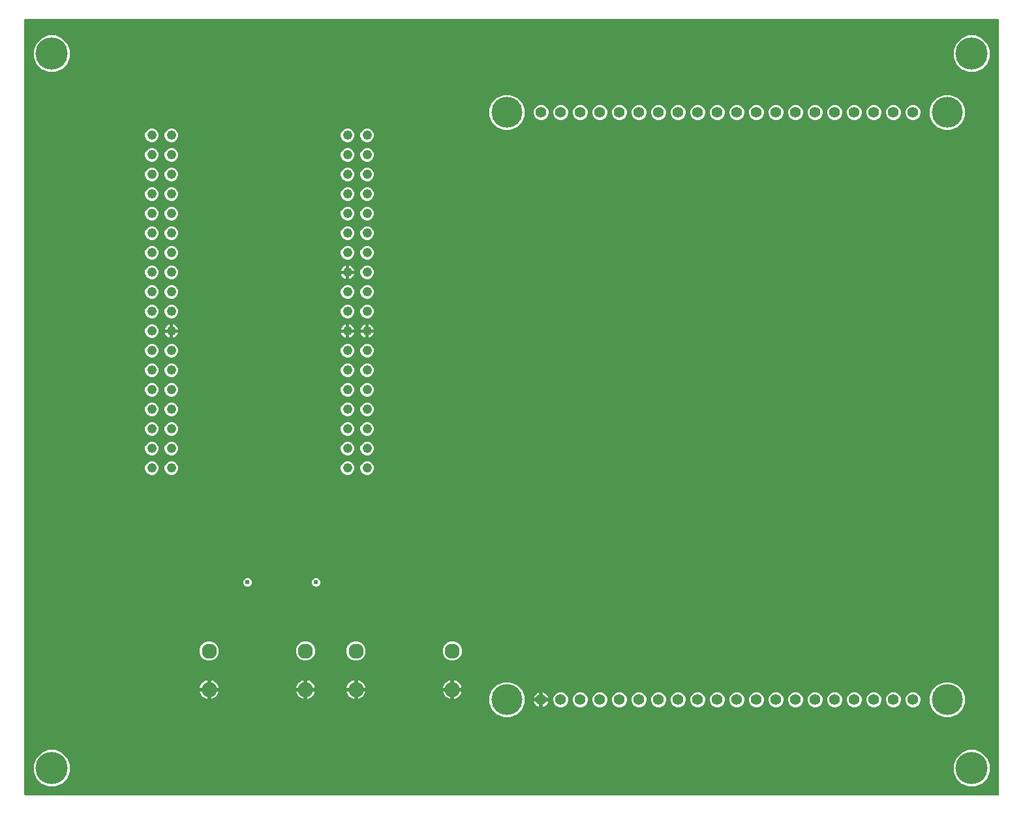
<source format=gbr>
G04 EAGLE Gerber RS-274X export*
G75*
%MOMM*%
%FSLAX34Y34*%
%LPD*%
%INCopper Layer 2*%
%IPPOS*%
%AMOC8*
5,1,8,0,0,1.08239X$1,22.5*%
G01*
%ADD10C,1.244600*%
%ADD11C,1.400000*%
%ADD12C,4.016000*%
%ADD13C,1.960000*%
%ADD14C,4.191000*%
%ADD15C,0.609600*%

G36*
X1266108Y2556D02*
X1266108Y2556D01*
X1266227Y2563D01*
X1266265Y2576D01*
X1266306Y2581D01*
X1266416Y2624D01*
X1266529Y2661D01*
X1266564Y2683D01*
X1266601Y2698D01*
X1266697Y2767D01*
X1266798Y2831D01*
X1266826Y2861D01*
X1266859Y2884D01*
X1266935Y2976D01*
X1267016Y3063D01*
X1267036Y3098D01*
X1267061Y3129D01*
X1267112Y3237D01*
X1267170Y3341D01*
X1267180Y3381D01*
X1267197Y3417D01*
X1267219Y3534D01*
X1267249Y3649D01*
X1267253Y3709D01*
X1267257Y3729D01*
X1267255Y3750D01*
X1267259Y3810D01*
X1267259Y1008890D01*
X1267244Y1009008D01*
X1267237Y1009127D01*
X1267224Y1009165D01*
X1267219Y1009206D01*
X1267176Y1009316D01*
X1267139Y1009429D01*
X1267117Y1009464D01*
X1267102Y1009501D01*
X1267033Y1009597D01*
X1266969Y1009698D01*
X1266939Y1009726D01*
X1266916Y1009759D01*
X1266824Y1009835D01*
X1266737Y1009916D01*
X1266702Y1009936D01*
X1266671Y1009961D01*
X1266563Y1010012D01*
X1266459Y1010070D01*
X1266419Y1010080D01*
X1266383Y1010097D01*
X1266266Y1010119D01*
X1266151Y1010149D01*
X1266091Y1010153D01*
X1266071Y1010157D01*
X1266050Y1010155D01*
X1265990Y1010159D01*
X3810Y1010159D01*
X3692Y1010144D01*
X3573Y1010137D01*
X3535Y1010124D01*
X3494Y1010119D01*
X3384Y1010076D01*
X3271Y1010039D01*
X3236Y1010017D01*
X3199Y1010002D01*
X3103Y1009933D01*
X3002Y1009869D01*
X2974Y1009839D01*
X2941Y1009816D01*
X2865Y1009724D01*
X2784Y1009637D01*
X2764Y1009602D01*
X2739Y1009571D01*
X2688Y1009463D01*
X2630Y1009359D01*
X2620Y1009319D01*
X2603Y1009283D01*
X2581Y1009166D01*
X2551Y1009051D01*
X2547Y1008991D01*
X2543Y1008971D01*
X2545Y1008950D01*
X2541Y1008890D01*
X2541Y3810D01*
X2556Y3692D01*
X2563Y3573D01*
X2576Y3535D01*
X2581Y3494D01*
X2624Y3384D01*
X2661Y3271D01*
X2683Y3236D01*
X2698Y3199D01*
X2767Y3103D01*
X2831Y3002D01*
X2861Y2974D01*
X2884Y2941D01*
X2976Y2865D01*
X3063Y2784D01*
X3098Y2764D01*
X3129Y2739D01*
X3237Y2688D01*
X3341Y2630D01*
X3381Y2620D01*
X3417Y2603D01*
X3534Y2581D01*
X3649Y2551D01*
X3709Y2547D01*
X3729Y2543D01*
X3750Y2545D01*
X3810Y2541D01*
X1265990Y2541D01*
X1266108Y2556D01*
G37*
%LPC*%
G36*
X1227226Y941704D02*
X1227226Y941704D01*
X1218591Y945281D01*
X1211981Y951891D01*
X1208404Y960526D01*
X1208404Y969874D01*
X1211981Y978509D01*
X1218591Y985119D01*
X1227226Y988696D01*
X1236574Y988696D01*
X1245209Y985119D01*
X1251819Y978509D01*
X1255396Y969874D01*
X1255396Y960526D01*
X1251819Y951891D01*
X1245209Y945281D01*
X1236574Y941704D01*
X1227226Y941704D01*
G37*
%LPD*%
%LPC*%
G36*
X33426Y941704D02*
X33426Y941704D01*
X24791Y945281D01*
X18181Y951891D01*
X14604Y960526D01*
X14604Y969874D01*
X18181Y978509D01*
X24791Y985119D01*
X33426Y988696D01*
X42774Y988696D01*
X51409Y985119D01*
X58019Y978509D01*
X61596Y969874D01*
X61596Y960526D01*
X58019Y951891D01*
X51409Y945281D01*
X42774Y941704D01*
X33426Y941704D01*
G37*
%LPD*%
%LPC*%
G36*
X1227226Y14604D02*
X1227226Y14604D01*
X1218591Y18181D01*
X1211981Y24791D01*
X1208404Y33426D01*
X1208404Y42774D01*
X1211981Y51409D01*
X1218591Y58019D01*
X1227226Y61596D01*
X1236574Y61596D01*
X1245209Y58019D01*
X1251819Y51409D01*
X1255396Y42774D01*
X1255396Y33426D01*
X1251819Y24791D01*
X1245209Y18181D01*
X1236574Y14604D01*
X1227226Y14604D01*
G37*
%LPD*%
%LPC*%
G36*
X33426Y14604D02*
X33426Y14604D01*
X24791Y18181D01*
X18181Y24791D01*
X14604Y33426D01*
X14604Y42774D01*
X18181Y51409D01*
X24791Y58019D01*
X33426Y61596D01*
X42774Y61596D01*
X51409Y58019D01*
X58019Y51409D01*
X61596Y42774D01*
X61596Y33426D01*
X58019Y24791D01*
X51409Y18181D01*
X42774Y14604D01*
X33426Y14604D01*
G37*
%LPD*%
%LPC*%
G36*
X1195650Y866379D02*
X1195650Y866379D01*
X1187336Y869823D01*
X1180973Y876186D01*
X1177529Y884500D01*
X1177529Y893500D01*
X1180973Y901814D01*
X1187336Y908177D01*
X1195650Y911621D01*
X1204650Y911621D01*
X1212964Y908177D01*
X1219327Y901814D01*
X1222771Y893500D01*
X1222771Y884500D01*
X1219327Y876186D01*
X1212964Y869823D01*
X1204650Y866379D01*
X1195650Y866379D01*
G37*
%LPD*%
%LPC*%
G36*
X624150Y866379D02*
X624150Y866379D01*
X615836Y869823D01*
X609473Y876186D01*
X606029Y884500D01*
X606029Y893500D01*
X609473Y901814D01*
X615836Y908177D01*
X624150Y911621D01*
X633150Y911621D01*
X641464Y908177D01*
X647827Y901814D01*
X651271Y893500D01*
X651271Y884500D01*
X647827Y876186D01*
X641464Y869823D01*
X633150Y866379D01*
X624150Y866379D01*
G37*
%LPD*%
%LPC*%
G36*
X624150Y104379D02*
X624150Y104379D01*
X615836Y107823D01*
X609473Y114186D01*
X606029Y122500D01*
X606029Y131500D01*
X609473Y139814D01*
X615836Y146177D01*
X624150Y149621D01*
X633150Y149621D01*
X641464Y146177D01*
X647827Y139814D01*
X651271Y131500D01*
X651271Y122500D01*
X647827Y114186D01*
X641464Y107823D01*
X633150Y104379D01*
X624150Y104379D01*
G37*
%LPD*%
%LPC*%
G36*
X1195650Y104379D02*
X1195650Y104379D01*
X1187336Y107823D01*
X1180973Y114186D01*
X1177529Y122500D01*
X1177529Y131500D01*
X1180973Y139814D01*
X1187336Y146177D01*
X1195650Y149621D01*
X1204650Y149621D01*
X1212964Y146177D01*
X1219327Y139814D01*
X1222771Y131500D01*
X1222771Y122500D01*
X1219327Y114186D01*
X1212964Y107823D01*
X1204650Y104379D01*
X1195650Y104379D01*
G37*
%LPD*%
%LPC*%
G36*
X430345Y177759D02*
X430345Y177759D01*
X425810Y179638D01*
X422338Y183110D01*
X420459Y187645D01*
X420459Y192555D01*
X422338Y197090D01*
X425810Y200562D01*
X430345Y202441D01*
X435255Y202441D01*
X439790Y200562D01*
X443262Y197090D01*
X445141Y192555D01*
X445141Y187645D01*
X443262Y183110D01*
X439790Y179638D01*
X435255Y177759D01*
X430345Y177759D01*
G37*
%LPD*%
%LPC*%
G36*
X555345Y177759D02*
X555345Y177759D01*
X550810Y179638D01*
X547338Y183110D01*
X545459Y187645D01*
X545459Y192555D01*
X547338Y197090D01*
X550810Y200562D01*
X555345Y202441D01*
X560255Y202441D01*
X564790Y200562D01*
X568262Y197090D01*
X570141Y192555D01*
X570141Y187645D01*
X568262Y183110D01*
X564790Y179638D01*
X560255Y177759D01*
X555345Y177759D01*
G37*
%LPD*%
%LPC*%
G36*
X239845Y177759D02*
X239845Y177759D01*
X235310Y179638D01*
X231838Y183110D01*
X229959Y187645D01*
X229959Y192555D01*
X231838Y197090D01*
X235310Y200562D01*
X239845Y202441D01*
X244755Y202441D01*
X249290Y200562D01*
X252762Y197090D01*
X254641Y192555D01*
X254641Y187645D01*
X252762Y183110D01*
X249290Y179638D01*
X244755Y177759D01*
X239845Y177759D01*
G37*
%LPD*%
%LPC*%
G36*
X364845Y177759D02*
X364845Y177759D01*
X360310Y179638D01*
X356838Y183110D01*
X354959Y187645D01*
X354959Y192555D01*
X356838Y197090D01*
X360310Y200562D01*
X364845Y202441D01*
X369755Y202441D01*
X374290Y200562D01*
X377762Y197090D01*
X379641Y192555D01*
X379641Y187645D01*
X377762Y183110D01*
X374290Y179638D01*
X369755Y177759D01*
X364845Y177759D01*
G37*
%LPD*%
%LPC*%
G36*
X696602Y879459D02*
X696602Y879459D01*
X693096Y880912D01*
X690412Y883596D01*
X688959Y887102D01*
X688959Y890898D01*
X690412Y894404D01*
X693096Y897088D01*
X696602Y898541D01*
X700398Y898541D01*
X703904Y897088D01*
X706588Y894404D01*
X708041Y890898D01*
X708041Y887102D01*
X706588Y883596D01*
X703904Y880912D01*
X700398Y879459D01*
X696602Y879459D01*
G37*
%LPD*%
%LPC*%
G36*
X671202Y879459D02*
X671202Y879459D01*
X667696Y880912D01*
X665012Y883596D01*
X663559Y887102D01*
X663559Y890898D01*
X665012Y894404D01*
X667696Y897088D01*
X671202Y898541D01*
X674998Y898541D01*
X678504Y897088D01*
X681188Y894404D01*
X682641Y890898D01*
X682641Y887102D01*
X681188Y883596D01*
X678504Y880912D01*
X674998Y879459D01*
X671202Y879459D01*
G37*
%LPD*%
%LPC*%
G36*
X1153802Y879459D02*
X1153802Y879459D01*
X1150296Y880912D01*
X1147612Y883596D01*
X1146159Y887102D01*
X1146159Y890898D01*
X1147612Y894404D01*
X1150296Y897088D01*
X1153802Y898541D01*
X1157598Y898541D01*
X1161104Y897088D01*
X1163788Y894404D01*
X1165241Y890898D01*
X1165241Y887102D01*
X1163788Y883596D01*
X1161104Y880912D01*
X1157598Y879459D01*
X1153802Y879459D01*
G37*
%LPD*%
%LPC*%
G36*
X1128402Y879459D02*
X1128402Y879459D01*
X1124896Y880912D01*
X1122212Y883596D01*
X1120759Y887102D01*
X1120759Y890898D01*
X1122212Y894404D01*
X1124896Y897088D01*
X1128402Y898541D01*
X1132198Y898541D01*
X1135704Y897088D01*
X1138388Y894404D01*
X1139841Y890898D01*
X1139841Y887102D01*
X1138388Y883596D01*
X1135704Y880912D01*
X1132198Y879459D01*
X1128402Y879459D01*
G37*
%LPD*%
%LPC*%
G36*
X1103002Y879459D02*
X1103002Y879459D01*
X1099496Y880912D01*
X1096812Y883596D01*
X1095359Y887102D01*
X1095359Y890898D01*
X1096812Y894404D01*
X1099496Y897088D01*
X1103002Y898541D01*
X1106798Y898541D01*
X1110304Y897088D01*
X1112988Y894404D01*
X1114441Y890898D01*
X1114441Y887102D01*
X1112988Y883596D01*
X1110304Y880912D01*
X1106798Y879459D01*
X1103002Y879459D01*
G37*
%LPD*%
%LPC*%
G36*
X1077602Y879459D02*
X1077602Y879459D01*
X1074096Y880912D01*
X1071412Y883596D01*
X1069959Y887102D01*
X1069959Y890898D01*
X1071412Y894404D01*
X1074096Y897088D01*
X1077602Y898541D01*
X1081398Y898541D01*
X1084904Y897088D01*
X1087588Y894404D01*
X1089041Y890898D01*
X1089041Y887102D01*
X1087588Y883596D01*
X1084904Y880912D01*
X1081398Y879459D01*
X1077602Y879459D01*
G37*
%LPD*%
%LPC*%
G36*
X1052202Y879459D02*
X1052202Y879459D01*
X1048696Y880912D01*
X1046012Y883596D01*
X1044559Y887102D01*
X1044559Y890898D01*
X1046012Y894404D01*
X1048696Y897088D01*
X1052202Y898541D01*
X1055998Y898541D01*
X1059504Y897088D01*
X1062188Y894404D01*
X1063641Y890898D01*
X1063641Y887102D01*
X1062188Y883596D01*
X1059504Y880912D01*
X1055998Y879459D01*
X1052202Y879459D01*
G37*
%LPD*%
%LPC*%
G36*
X1026802Y879459D02*
X1026802Y879459D01*
X1023296Y880912D01*
X1020612Y883596D01*
X1019159Y887102D01*
X1019159Y890898D01*
X1020612Y894404D01*
X1023296Y897088D01*
X1026802Y898541D01*
X1030598Y898541D01*
X1034104Y897088D01*
X1036788Y894404D01*
X1038241Y890898D01*
X1038241Y887102D01*
X1036788Y883596D01*
X1034104Y880912D01*
X1030598Y879459D01*
X1026802Y879459D01*
G37*
%LPD*%
%LPC*%
G36*
X1001402Y879459D02*
X1001402Y879459D01*
X997896Y880912D01*
X995212Y883596D01*
X993759Y887102D01*
X993759Y890898D01*
X995212Y894404D01*
X997896Y897088D01*
X1001402Y898541D01*
X1005198Y898541D01*
X1008704Y897088D01*
X1011388Y894404D01*
X1012841Y890898D01*
X1012841Y887102D01*
X1011388Y883596D01*
X1008704Y880912D01*
X1005198Y879459D01*
X1001402Y879459D01*
G37*
%LPD*%
%LPC*%
G36*
X976002Y879459D02*
X976002Y879459D01*
X972496Y880912D01*
X969812Y883596D01*
X968359Y887102D01*
X968359Y890898D01*
X969812Y894404D01*
X972496Y897088D01*
X976002Y898541D01*
X979798Y898541D01*
X983304Y897088D01*
X985988Y894404D01*
X987441Y890898D01*
X987441Y887102D01*
X985988Y883596D01*
X983304Y880912D01*
X979798Y879459D01*
X976002Y879459D01*
G37*
%LPD*%
%LPC*%
G36*
X950602Y879459D02*
X950602Y879459D01*
X947096Y880912D01*
X944412Y883596D01*
X942959Y887102D01*
X942959Y890898D01*
X944412Y894404D01*
X947096Y897088D01*
X950602Y898541D01*
X954398Y898541D01*
X957904Y897088D01*
X960588Y894404D01*
X962041Y890898D01*
X962041Y887102D01*
X960588Y883596D01*
X957904Y880912D01*
X954398Y879459D01*
X950602Y879459D01*
G37*
%LPD*%
%LPC*%
G36*
X925202Y879459D02*
X925202Y879459D01*
X921696Y880912D01*
X919012Y883596D01*
X917559Y887102D01*
X917559Y890898D01*
X919012Y894404D01*
X921696Y897088D01*
X925202Y898541D01*
X928998Y898541D01*
X932504Y897088D01*
X935188Y894404D01*
X936641Y890898D01*
X936641Y887102D01*
X935188Y883596D01*
X932504Y880912D01*
X928998Y879459D01*
X925202Y879459D01*
G37*
%LPD*%
%LPC*%
G36*
X899802Y879459D02*
X899802Y879459D01*
X896296Y880912D01*
X893612Y883596D01*
X892159Y887102D01*
X892159Y890898D01*
X893612Y894404D01*
X896296Y897088D01*
X899802Y898541D01*
X903598Y898541D01*
X907104Y897088D01*
X909788Y894404D01*
X911241Y890898D01*
X911241Y887102D01*
X909788Y883596D01*
X907104Y880912D01*
X903598Y879459D01*
X899802Y879459D01*
G37*
%LPD*%
%LPC*%
G36*
X874402Y879459D02*
X874402Y879459D01*
X870896Y880912D01*
X868212Y883596D01*
X866759Y887102D01*
X866759Y890898D01*
X868212Y894404D01*
X870896Y897088D01*
X874402Y898541D01*
X878198Y898541D01*
X881704Y897088D01*
X884388Y894404D01*
X885841Y890898D01*
X885841Y887102D01*
X884388Y883596D01*
X881704Y880912D01*
X878198Y879459D01*
X874402Y879459D01*
G37*
%LPD*%
%LPC*%
G36*
X849002Y879459D02*
X849002Y879459D01*
X845496Y880912D01*
X842812Y883596D01*
X841359Y887102D01*
X841359Y890898D01*
X842812Y894404D01*
X845496Y897088D01*
X849002Y898541D01*
X852798Y898541D01*
X856304Y897088D01*
X858988Y894404D01*
X860441Y890898D01*
X860441Y887102D01*
X858988Y883596D01*
X856304Y880912D01*
X852798Y879459D01*
X849002Y879459D01*
G37*
%LPD*%
%LPC*%
G36*
X823602Y879459D02*
X823602Y879459D01*
X820096Y880912D01*
X817412Y883596D01*
X815959Y887102D01*
X815959Y890898D01*
X817412Y894404D01*
X820096Y897088D01*
X823602Y898541D01*
X827398Y898541D01*
X830904Y897088D01*
X833588Y894404D01*
X835041Y890898D01*
X835041Y887102D01*
X833588Y883596D01*
X830904Y880912D01*
X827398Y879459D01*
X823602Y879459D01*
G37*
%LPD*%
%LPC*%
G36*
X798202Y879459D02*
X798202Y879459D01*
X794696Y880912D01*
X792012Y883596D01*
X790559Y887102D01*
X790559Y890898D01*
X792012Y894404D01*
X794696Y897088D01*
X798202Y898541D01*
X801998Y898541D01*
X805504Y897088D01*
X808188Y894404D01*
X809641Y890898D01*
X809641Y887102D01*
X808188Y883596D01*
X805504Y880912D01*
X801998Y879459D01*
X798202Y879459D01*
G37*
%LPD*%
%LPC*%
G36*
X772802Y879459D02*
X772802Y879459D01*
X769296Y880912D01*
X766612Y883596D01*
X765159Y887102D01*
X765159Y890898D01*
X766612Y894404D01*
X769296Y897088D01*
X772802Y898541D01*
X776598Y898541D01*
X780104Y897088D01*
X782788Y894404D01*
X784241Y890898D01*
X784241Y887102D01*
X782788Y883596D01*
X780104Y880912D01*
X776598Y879459D01*
X772802Y879459D01*
G37*
%LPD*%
%LPC*%
G36*
X747402Y879459D02*
X747402Y879459D01*
X743896Y880912D01*
X741212Y883596D01*
X739759Y887102D01*
X739759Y890898D01*
X741212Y894404D01*
X743896Y897088D01*
X747402Y898541D01*
X751198Y898541D01*
X754704Y897088D01*
X757388Y894404D01*
X758841Y890898D01*
X758841Y887102D01*
X757388Y883596D01*
X754704Y880912D01*
X751198Y879459D01*
X747402Y879459D01*
G37*
%LPD*%
%LPC*%
G36*
X722002Y879459D02*
X722002Y879459D01*
X718496Y880912D01*
X715812Y883596D01*
X714359Y887102D01*
X714359Y890898D01*
X715812Y894404D01*
X718496Y897088D01*
X722002Y898541D01*
X725798Y898541D01*
X729304Y897088D01*
X731988Y894404D01*
X733441Y890898D01*
X733441Y887102D01*
X731988Y883596D01*
X729304Y880912D01*
X725798Y879459D01*
X722002Y879459D01*
G37*
%LPD*%
%LPC*%
G36*
X925202Y117459D02*
X925202Y117459D01*
X921696Y118912D01*
X919012Y121596D01*
X917559Y125102D01*
X917559Y128898D01*
X919012Y132404D01*
X921696Y135088D01*
X925202Y136541D01*
X928998Y136541D01*
X932504Y135088D01*
X935188Y132404D01*
X936641Y128898D01*
X936641Y125102D01*
X935188Y121596D01*
X932504Y118912D01*
X928998Y117459D01*
X925202Y117459D01*
G37*
%LPD*%
%LPC*%
G36*
X899802Y117459D02*
X899802Y117459D01*
X896296Y118912D01*
X893612Y121596D01*
X892159Y125102D01*
X892159Y128898D01*
X893612Y132404D01*
X896296Y135088D01*
X899802Y136541D01*
X903598Y136541D01*
X907104Y135088D01*
X909788Y132404D01*
X911241Y128898D01*
X911241Y125102D01*
X909788Y121596D01*
X907104Y118912D01*
X903598Y117459D01*
X899802Y117459D01*
G37*
%LPD*%
%LPC*%
G36*
X874402Y117459D02*
X874402Y117459D01*
X870896Y118912D01*
X868212Y121596D01*
X866759Y125102D01*
X866759Y128898D01*
X868212Y132404D01*
X870896Y135088D01*
X874402Y136541D01*
X878198Y136541D01*
X881704Y135088D01*
X884388Y132404D01*
X885841Y128898D01*
X885841Y125102D01*
X884388Y121596D01*
X881704Y118912D01*
X878198Y117459D01*
X874402Y117459D01*
G37*
%LPD*%
%LPC*%
G36*
X849002Y117459D02*
X849002Y117459D01*
X845496Y118912D01*
X842812Y121596D01*
X841359Y125102D01*
X841359Y128898D01*
X842812Y132404D01*
X845496Y135088D01*
X849002Y136541D01*
X852798Y136541D01*
X856304Y135088D01*
X858988Y132404D01*
X860441Y128898D01*
X860441Y125102D01*
X858988Y121596D01*
X856304Y118912D01*
X852798Y117459D01*
X849002Y117459D01*
G37*
%LPD*%
%LPC*%
G36*
X823602Y117459D02*
X823602Y117459D01*
X820096Y118912D01*
X817412Y121596D01*
X815959Y125102D01*
X815959Y128898D01*
X817412Y132404D01*
X820096Y135088D01*
X823602Y136541D01*
X827398Y136541D01*
X830904Y135088D01*
X833588Y132404D01*
X835041Y128898D01*
X835041Y125102D01*
X833588Y121596D01*
X830904Y118912D01*
X827398Y117459D01*
X823602Y117459D01*
G37*
%LPD*%
%LPC*%
G36*
X798202Y117459D02*
X798202Y117459D01*
X794696Y118912D01*
X792012Y121596D01*
X790559Y125102D01*
X790559Y128898D01*
X792012Y132404D01*
X794696Y135088D01*
X798202Y136541D01*
X801998Y136541D01*
X805504Y135088D01*
X808188Y132404D01*
X809641Y128898D01*
X809641Y125102D01*
X808188Y121596D01*
X805504Y118912D01*
X801998Y117459D01*
X798202Y117459D01*
G37*
%LPD*%
%LPC*%
G36*
X772802Y117459D02*
X772802Y117459D01*
X769296Y118912D01*
X766612Y121596D01*
X765159Y125102D01*
X765159Y128898D01*
X766612Y132404D01*
X769296Y135088D01*
X772802Y136541D01*
X776598Y136541D01*
X780104Y135088D01*
X782788Y132404D01*
X784241Y128898D01*
X784241Y125102D01*
X782788Y121596D01*
X780104Y118912D01*
X776598Y117459D01*
X772802Y117459D01*
G37*
%LPD*%
%LPC*%
G36*
X747402Y117459D02*
X747402Y117459D01*
X743896Y118912D01*
X741212Y121596D01*
X739759Y125102D01*
X739759Y128898D01*
X741212Y132404D01*
X743896Y135088D01*
X747402Y136541D01*
X751198Y136541D01*
X754704Y135088D01*
X757388Y132404D01*
X758841Y128898D01*
X758841Y125102D01*
X757388Y121596D01*
X754704Y118912D01*
X751198Y117459D01*
X747402Y117459D01*
G37*
%LPD*%
%LPC*%
G36*
X722002Y117459D02*
X722002Y117459D01*
X718496Y118912D01*
X715812Y121596D01*
X714359Y125102D01*
X714359Y128898D01*
X715812Y132404D01*
X718496Y135088D01*
X722002Y136541D01*
X725798Y136541D01*
X729304Y135088D01*
X731988Y132404D01*
X733441Y128898D01*
X733441Y125102D01*
X731988Y121596D01*
X729304Y118912D01*
X725798Y117459D01*
X722002Y117459D01*
G37*
%LPD*%
%LPC*%
G36*
X696602Y117459D02*
X696602Y117459D01*
X693096Y118912D01*
X690412Y121596D01*
X688959Y125102D01*
X688959Y128898D01*
X690412Y132404D01*
X693096Y135088D01*
X696602Y136541D01*
X700398Y136541D01*
X703904Y135088D01*
X706588Y132404D01*
X708041Y128898D01*
X708041Y125102D01*
X706588Y121596D01*
X703904Y118912D01*
X700398Y117459D01*
X696602Y117459D01*
G37*
%LPD*%
%LPC*%
G36*
X1103002Y117459D02*
X1103002Y117459D01*
X1099496Y118912D01*
X1096812Y121596D01*
X1095359Y125102D01*
X1095359Y128898D01*
X1096812Y132404D01*
X1099496Y135088D01*
X1103002Y136541D01*
X1106798Y136541D01*
X1110304Y135088D01*
X1112988Y132404D01*
X1114441Y128898D01*
X1114441Y125102D01*
X1112988Y121596D01*
X1110304Y118912D01*
X1106798Y117459D01*
X1103002Y117459D01*
G37*
%LPD*%
%LPC*%
G36*
X1052202Y117459D02*
X1052202Y117459D01*
X1048696Y118912D01*
X1046012Y121596D01*
X1044559Y125102D01*
X1044559Y128898D01*
X1046012Y132404D01*
X1048696Y135088D01*
X1052202Y136541D01*
X1055998Y136541D01*
X1059504Y135088D01*
X1062188Y132404D01*
X1063641Y128898D01*
X1063641Y125102D01*
X1062188Y121596D01*
X1059504Y118912D01*
X1055998Y117459D01*
X1052202Y117459D01*
G37*
%LPD*%
%LPC*%
G36*
X1026802Y117459D02*
X1026802Y117459D01*
X1023296Y118912D01*
X1020612Y121596D01*
X1019159Y125102D01*
X1019159Y128898D01*
X1020612Y132404D01*
X1023296Y135088D01*
X1026802Y136541D01*
X1030598Y136541D01*
X1034104Y135088D01*
X1036788Y132404D01*
X1038241Y128898D01*
X1038241Y125102D01*
X1036788Y121596D01*
X1034104Y118912D01*
X1030598Y117459D01*
X1026802Y117459D01*
G37*
%LPD*%
%LPC*%
G36*
X1153802Y117459D02*
X1153802Y117459D01*
X1150296Y118912D01*
X1147612Y121596D01*
X1146159Y125102D01*
X1146159Y128898D01*
X1147612Y132404D01*
X1150296Y135088D01*
X1153802Y136541D01*
X1157598Y136541D01*
X1161104Y135088D01*
X1163788Y132404D01*
X1165241Y128898D01*
X1165241Y125102D01*
X1163788Y121596D01*
X1161104Y118912D01*
X1157598Y117459D01*
X1153802Y117459D01*
G37*
%LPD*%
%LPC*%
G36*
X1128402Y117459D02*
X1128402Y117459D01*
X1124896Y118912D01*
X1122212Y121596D01*
X1120759Y125102D01*
X1120759Y128898D01*
X1122212Y132404D01*
X1124896Y135088D01*
X1128402Y136541D01*
X1132198Y136541D01*
X1135704Y135088D01*
X1138388Y132404D01*
X1139841Y128898D01*
X1139841Y125102D01*
X1138388Y121596D01*
X1135704Y118912D01*
X1132198Y117459D01*
X1128402Y117459D01*
G37*
%LPD*%
%LPC*%
G36*
X1077602Y117459D02*
X1077602Y117459D01*
X1074096Y118912D01*
X1071412Y121596D01*
X1069959Y125102D01*
X1069959Y128898D01*
X1071412Y132404D01*
X1074096Y135088D01*
X1077602Y136541D01*
X1081398Y136541D01*
X1084904Y135088D01*
X1087588Y132404D01*
X1089041Y128898D01*
X1089041Y125102D01*
X1087588Y121596D01*
X1084904Y118912D01*
X1081398Y117459D01*
X1077602Y117459D01*
G37*
%LPD*%
%LPC*%
G36*
X1001402Y117459D02*
X1001402Y117459D01*
X997896Y118912D01*
X995212Y121596D01*
X993759Y125102D01*
X993759Y128898D01*
X995212Y132404D01*
X997896Y135088D01*
X1001402Y136541D01*
X1005198Y136541D01*
X1008704Y135088D01*
X1011388Y132404D01*
X1012841Y128898D01*
X1012841Y125102D01*
X1011388Y121596D01*
X1008704Y118912D01*
X1005198Y117459D01*
X1001402Y117459D01*
G37*
%LPD*%
%LPC*%
G36*
X976002Y117459D02*
X976002Y117459D01*
X972496Y118912D01*
X969812Y121596D01*
X968359Y125102D01*
X968359Y128898D01*
X969812Y132404D01*
X972496Y135088D01*
X976002Y136541D01*
X979798Y136541D01*
X983304Y135088D01*
X985988Y132404D01*
X987441Y128898D01*
X987441Y125102D01*
X985988Y121596D01*
X983304Y118912D01*
X979798Y117459D01*
X976002Y117459D01*
G37*
%LPD*%
%LPC*%
G36*
X950602Y117459D02*
X950602Y117459D01*
X947096Y118912D01*
X944412Y121596D01*
X942959Y125102D01*
X942959Y128898D01*
X944412Y132404D01*
X947096Y135088D01*
X950602Y136541D01*
X954398Y136541D01*
X957904Y135088D01*
X960588Y132404D01*
X962041Y128898D01*
X962041Y125102D01*
X960588Y121596D01*
X957904Y118912D01*
X954398Y117459D01*
X950602Y117459D01*
G37*
%LPD*%
%LPC*%
G36*
X445557Y850436D02*
X445557Y850436D01*
X442336Y851770D01*
X439870Y854236D01*
X438536Y857457D01*
X438536Y860943D01*
X439870Y864164D01*
X442336Y866630D01*
X445557Y867964D01*
X449043Y867964D01*
X452264Y866630D01*
X454730Y864164D01*
X456064Y860943D01*
X456064Y857457D01*
X454730Y854236D01*
X452264Y851770D01*
X449043Y850436D01*
X445557Y850436D01*
G37*
%LPD*%
%LPC*%
G36*
X420157Y850436D02*
X420157Y850436D01*
X416936Y851770D01*
X414470Y854236D01*
X413136Y857457D01*
X413136Y860943D01*
X414470Y864164D01*
X416936Y866630D01*
X420157Y867964D01*
X423643Y867964D01*
X426864Y866630D01*
X429330Y864164D01*
X430664Y860943D01*
X430664Y857457D01*
X429330Y854236D01*
X426864Y851770D01*
X423643Y850436D01*
X420157Y850436D01*
G37*
%LPD*%
%LPC*%
G36*
X191557Y850436D02*
X191557Y850436D01*
X188336Y851770D01*
X185870Y854236D01*
X184536Y857457D01*
X184536Y860943D01*
X185870Y864164D01*
X188336Y866630D01*
X191557Y867964D01*
X195043Y867964D01*
X198264Y866630D01*
X200730Y864164D01*
X202064Y860943D01*
X202064Y857457D01*
X200730Y854236D01*
X198264Y851770D01*
X195043Y850436D01*
X191557Y850436D01*
G37*
%LPD*%
%LPC*%
G36*
X166157Y850436D02*
X166157Y850436D01*
X162936Y851770D01*
X160470Y854236D01*
X159136Y857457D01*
X159136Y860943D01*
X160470Y864164D01*
X162936Y866630D01*
X166157Y867964D01*
X169643Y867964D01*
X172864Y866630D01*
X175330Y864164D01*
X176664Y860943D01*
X176664Y857457D01*
X175330Y854236D01*
X172864Y851770D01*
X169643Y850436D01*
X166157Y850436D01*
G37*
%LPD*%
%LPC*%
G36*
X191557Y825036D02*
X191557Y825036D01*
X188336Y826370D01*
X185870Y828836D01*
X184536Y832057D01*
X184536Y835543D01*
X185870Y838764D01*
X188336Y841230D01*
X191557Y842564D01*
X195043Y842564D01*
X198264Y841230D01*
X200730Y838764D01*
X202064Y835543D01*
X202064Y832057D01*
X200730Y828836D01*
X198264Y826370D01*
X195043Y825036D01*
X191557Y825036D01*
G37*
%LPD*%
%LPC*%
G36*
X166157Y825036D02*
X166157Y825036D01*
X162936Y826370D01*
X160470Y828836D01*
X159136Y832057D01*
X159136Y835543D01*
X160470Y838764D01*
X162936Y841230D01*
X166157Y842564D01*
X169643Y842564D01*
X172864Y841230D01*
X175330Y838764D01*
X176664Y835543D01*
X176664Y832057D01*
X175330Y828836D01*
X172864Y826370D01*
X169643Y825036D01*
X166157Y825036D01*
G37*
%LPD*%
%LPC*%
G36*
X445557Y825036D02*
X445557Y825036D01*
X442336Y826370D01*
X439870Y828836D01*
X438536Y832057D01*
X438536Y835543D01*
X439870Y838764D01*
X442336Y841230D01*
X445557Y842564D01*
X449043Y842564D01*
X452264Y841230D01*
X454730Y838764D01*
X456064Y835543D01*
X456064Y832057D01*
X454730Y828836D01*
X452264Y826370D01*
X449043Y825036D01*
X445557Y825036D01*
G37*
%LPD*%
%LPC*%
G36*
X420157Y825036D02*
X420157Y825036D01*
X416936Y826370D01*
X414470Y828836D01*
X413136Y832057D01*
X413136Y835543D01*
X414470Y838764D01*
X416936Y841230D01*
X420157Y842564D01*
X423643Y842564D01*
X426864Y841230D01*
X429330Y838764D01*
X430664Y835543D01*
X430664Y832057D01*
X429330Y828836D01*
X426864Y826370D01*
X423643Y825036D01*
X420157Y825036D01*
G37*
%LPD*%
%LPC*%
G36*
X191557Y799636D02*
X191557Y799636D01*
X188336Y800970D01*
X185870Y803436D01*
X184536Y806657D01*
X184536Y810143D01*
X185870Y813364D01*
X188336Y815830D01*
X191557Y817164D01*
X195043Y817164D01*
X198264Y815830D01*
X200730Y813364D01*
X202064Y810143D01*
X202064Y806657D01*
X200730Y803436D01*
X198264Y800970D01*
X195043Y799636D01*
X191557Y799636D01*
G37*
%LPD*%
%LPC*%
G36*
X166157Y799636D02*
X166157Y799636D01*
X162936Y800970D01*
X160470Y803436D01*
X159136Y806657D01*
X159136Y810143D01*
X160470Y813364D01*
X162936Y815830D01*
X166157Y817164D01*
X169643Y817164D01*
X172864Y815830D01*
X175330Y813364D01*
X176664Y810143D01*
X176664Y806657D01*
X175330Y803436D01*
X172864Y800970D01*
X169643Y799636D01*
X166157Y799636D01*
G37*
%LPD*%
%LPC*%
G36*
X445557Y799636D02*
X445557Y799636D01*
X442336Y800970D01*
X439870Y803436D01*
X438536Y806657D01*
X438536Y810143D01*
X439870Y813364D01*
X442336Y815830D01*
X445557Y817164D01*
X449043Y817164D01*
X452264Y815830D01*
X454730Y813364D01*
X456064Y810143D01*
X456064Y806657D01*
X454730Y803436D01*
X452264Y800970D01*
X449043Y799636D01*
X445557Y799636D01*
G37*
%LPD*%
%LPC*%
G36*
X420157Y799636D02*
X420157Y799636D01*
X416936Y800970D01*
X414470Y803436D01*
X413136Y806657D01*
X413136Y810143D01*
X414470Y813364D01*
X416936Y815830D01*
X420157Y817164D01*
X423643Y817164D01*
X426864Y815830D01*
X429330Y813364D01*
X430664Y810143D01*
X430664Y806657D01*
X429330Y803436D01*
X426864Y800970D01*
X423643Y799636D01*
X420157Y799636D01*
G37*
%LPD*%
%LPC*%
G36*
X445557Y774236D02*
X445557Y774236D01*
X442336Y775570D01*
X439870Y778036D01*
X438536Y781257D01*
X438536Y784743D01*
X439870Y787964D01*
X442336Y790430D01*
X445557Y791764D01*
X449043Y791764D01*
X452264Y790430D01*
X454730Y787964D01*
X456064Y784743D01*
X456064Y781257D01*
X454730Y778036D01*
X452264Y775570D01*
X449043Y774236D01*
X445557Y774236D01*
G37*
%LPD*%
%LPC*%
G36*
X420157Y774236D02*
X420157Y774236D01*
X416936Y775570D01*
X414470Y778036D01*
X413136Y781257D01*
X413136Y784743D01*
X414470Y787964D01*
X416936Y790430D01*
X420157Y791764D01*
X423643Y791764D01*
X426864Y790430D01*
X429330Y787964D01*
X430664Y784743D01*
X430664Y781257D01*
X429330Y778036D01*
X426864Y775570D01*
X423643Y774236D01*
X420157Y774236D01*
G37*
%LPD*%
%LPC*%
G36*
X191557Y774236D02*
X191557Y774236D01*
X188336Y775570D01*
X185870Y778036D01*
X184536Y781257D01*
X184536Y784743D01*
X185870Y787964D01*
X188336Y790430D01*
X191557Y791764D01*
X195043Y791764D01*
X198264Y790430D01*
X200730Y787964D01*
X202064Y784743D01*
X202064Y781257D01*
X200730Y778036D01*
X198264Y775570D01*
X195043Y774236D01*
X191557Y774236D01*
G37*
%LPD*%
%LPC*%
G36*
X166157Y774236D02*
X166157Y774236D01*
X162936Y775570D01*
X160470Y778036D01*
X159136Y781257D01*
X159136Y784743D01*
X160470Y787964D01*
X162936Y790430D01*
X166157Y791764D01*
X169643Y791764D01*
X172864Y790430D01*
X175330Y787964D01*
X176664Y784743D01*
X176664Y781257D01*
X175330Y778036D01*
X172864Y775570D01*
X169643Y774236D01*
X166157Y774236D01*
G37*
%LPD*%
%LPC*%
G36*
X445557Y748836D02*
X445557Y748836D01*
X442336Y750170D01*
X439870Y752636D01*
X438536Y755857D01*
X438536Y759343D01*
X439870Y762564D01*
X442336Y765030D01*
X445557Y766364D01*
X449043Y766364D01*
X452264Y765030D01*
X454730Y762564D01*
X456064Y759343D01*
X456064Y755857D01*
X454730Y752636D01*
X452264Y750170D01*
X449043Y748836D01*
X445557Y748836D01*
G37*
%LPD*%
%LPC*%
G36*
X420157Y748836D02*
X420157Y748836D01*
X416936Y750170D01*
X414470Y752636D01*
X413136Y755857D01*
X413136Y759343D01*
X414470Y762564D01*
X416936Y765030D01*
X420157Y766364D01*
X423643Y766364D01*
X426864Y765030D01*
X429330Y762564D01*
X430664Y759343D01*
X430664Y755857D01*
X429330Y752636D01*
X426864Y750170D01*
X423643Y748836D01*
X420157Y748836D01*
G37*
%LPD*%
%LPC*%
G36*
X191557Y748836D02*
X191557Y748836D01*
X188336Y750170D01*
X185870Y752636D01*
X184536Y755857D01*
X184536Y759343D01*
X185870Y762564D01*
X188336Y765030D01*
X191557Y766364D01*
X195043Y766364D01*
X198264Y765030D01*
X200730Y762564D01*
X202064Y759343D01*
X202064Y755857D01*
X200730Y752636D01*
X198264Y750170D01*
X195043Y748836D01*
X191557Y748836D01*
G37*
%LPD*%
%LPC*%
G36*
X166157Y748836D02*
X166157Y748836D01*
X162936Y750170D01*
X160470Y752636D01*
X159136Y755857D01*
X159136Y759343D01*
X160470Y762564D01*
X162936Y765030D01*
X166157Y766364D01*
X169643Y766364D01*
X172864Y765030D01*
X175330Y762564D01*
X176664Y759343D01*
X176664Y755857D01*
X175330Y752636D01*
X172864Y750170D01*
X169643Y748836D01*
X166157Y748836D01*
G37*
%LPD*%
%LPC*%
G36*
X445557Y723436D02*
X445557Y723436D01*
X442336Y724770D01*
X439870Y727236D01*
X438536Y730457D01*
X438536Y733943D01*
X439870Y737164D01*
X442336Y739630D01*
X445557Y740964D01*
X449043Y740964D01*
X452264Y739630D01*
X454730Y737164D01*
X456064Y733943D01*
X456064Y730457D01*
X454730Y727236D01*
X452264Y724770D01*
X449043Y723436D01*
X445557Y723436D01*
G37*
%LPD*%
%LPC*%
G36*
X420157Y723436D02*
X420157Y723436D01*
X416936Y724770D01*
X414470Y727236D01*
X413136Y730457D01*
X413136Y733943D01*
X414470Y737164D01*
X416936Y739630D01*
X420157Y740964D01*
X423643Y740964D01*
X426864Y739630D01*
X429330Y737164D01*
X430664Y733943D01*
X430664Y730457D01*
X429330Y727236D01*
X426864Y724770D01*
X423643Y723436D01*
X420157Y723436D01*
G37*
%LPD*%
%LPC*%
G36*
X191557Y723436D02*
X191557Y723436D01*
X188336Y724770D01*
X185870Y727236D01*
X184536Y730457D01*
X184536Y733943D01*
X185870Y737164D01*
X188336Y739630D01*
X191557Y740964D01*
X195043Y740964D01*
X198264Y739630D01*
X200730Y737164D01*
X202064Y733943D01*
X202064Y730457D01*
X200730Y727236D01*
X198264Y724770D01*
X195043Y723436D01*
X191557Y723436D01*
G37*
%LPD*%
%LPC*%
G36*
X166157Y723436D02*
X166157Y723436D01*
X162936Y724770D01*
X160470Y727236D01*
X159136Y730457D01*
X159136Y733943D01*
X160470Y737164D01*
X162936Y739630D01*
X166157Y740964D01*
X169643Y740964D01*
X172864Y739630D01*
X175330Y737164D01*
X176664Y733943D01*
X176664Y730457D01*
X175330Y727236D01*
X172864Y724770D01*
X169643Y723436D01*
X166157Y723436D01*
G37*
%LPD*%
%LPC*%
G36*
X445557Y698036D02*
X445557Y698036D01*
X442336Y699370D01*
X439870Y701836D01*
X438536Y705057D01*
X438536Y708543D01*
X439870Y711764D01*
X442336Y714230D01*
X445557Y715564D01*
X449043Y715564D01*
X452264Y714230D01*
X454730Y711764D01*
X456064Y708543D01*
X456064Y705057D01*
X454730Y701836D01*
X452264Y699370D01*
X449043Y698036D01*
X445557Y698036D01*
G37*
%LPD*%
%LPC*%
G36*
X420157Y698036D02*
X420157Y698036D01*
X416936Y699370D01*
X414470Y701836D01*
X413136Y705057D01*
X413136Y708543D01*
X414470Y711764D01*
X416936Y714230D01*
X420157Y715564D01*
X423643Y715564D01*
X426864Y714230D01*
X429330Y711764D01*
X430664Y708543D01*
X430664Y705057D01*
X429330Y701836D01*
X426864Y699370D01*
X423643Y698036D01*
X420157Y698036D01*
G37*
%LPD*%
%LPC*%
G36*
X191557Y698036D02*
X191557Y698036D01*
X188336Y699370D01*
X185870Y701836D01*
X184536Y705057D01*
X184536Y708543D01*
X185870Y711764D01*
X188336Y714230D01*
X191557Y715564D01*
X195043Y715564D01*
X198264Y714230D01*
X200730Y711764D01*
X202064Y708543D01*
X202064Y705057D01*
X200730Y701836D01*
X198264Y699370D01*
X195043Y698036D01*
X191557Y698036D01*
G37*
%LPD*%
%LPC*%
G36*
X166157Y698036D02*
X166157Y698036D01*
X162936Y699370D01*
X160470Y701836D01*
X159136Y705057D01*
X159136Y708543D01*
X160470Y711764D01*
X162936Y714230D01*
X166157Y715564D01*
X169643Y715564D01*
X172864Y714230D01*
X175330Y711764D01*
X176664Y708543D01*
X176664Y705057D01*
X175330Y701836D01*
X172864Y699370D01*
X169643Y698036D01*
X166157Y698036D01*
G37*
%LPD*%
%LPC*%
G36*
X191557Y672636D02*
X191557Y672636D01*
X188336Y673970D01*
X185870Y676436D01*
X184536Y679657D01*
X184536Y683143D01*
X185870Y686364D01*
X188336Y688830D01*
X191557Y690164D01*
X195043Y690164D01*
X198264Y688830D01*
X200730Y686364D01*
X202064Y683143D01*
X202064Y679657D01*
X200730Y676436D01*
X198264Y673970D01*
X195043Y672636D01*
X191557Y672636D01*
G37*
%LPD*%
%LPC*%
G36*
X166157Y672636D02*
X166157Y672636D01*
X162936Y673970D01*
X160470Y676436D01*
X159136Y679657D01*
X159136Y683143D01*
X160470Y686364D01*
X162936Y688830D01*
X166157Y690164D01*
X169643Y690164D01*
X172864Y688830D01*
X175330Y686364D01*
X176664Y683143D01*
X176664Y679657D01*
X175330Y676436D01*
X172864Y673970D01*
X169643Y672636D01*
X166157Y672636D01*
G37*
%LPD*%
%LPC*%
G36*
X445557Y672636D02*
X445557Y672636D01*
X442336Y673970D01*
X439870Y676436D01*
X438536Y679657D01*
X438536Y683143D01*
X439870Y686364D01*
X442336Y688830D01*
X445557Y690164D01*
X449043Y690164D01*
X452264Y688830D01*
X454730Y686364D01*
X456064Y683143D01*
X456064Y679657D01*
X454730Y676436D01*
X452264Y673970D01*
X449043Y672636D01*
X445557Y672636D01*
G37*
%LPD*%
%LPC*%
G36*
X191557Y520236D02*
X191557Y520236D01*
X188336Y521570D01*
X185870Y524036D01*
X184536Y527257D01*
X184536Y530743D01*
X185870Y533964D01*
X188336Y536430D01*
X191557Y537764D01*
X195043Y537764D01*
X198264Y536430D01*
X200730Y533964D01*
X202064Y530743D01*
X202064Y527257D01*
X200730Y524036D01*
X198264Y521570D01*
X195043Y520236D01*
X191557Y520236D01*
G37*
%LPD*%
%LPC*%
G36*
X191557Y494836D02*
X191557Y494836D01*
X188336Y496170D01*
X185870Y498636D01*
X184536Y501857D01*
X184536Y505343D01*
X185870Y508564D01*
X188336Y511030D01*
X191557Y512364D01*
X195043Y512364D01*
X198264Y511030D01*
X200730Y508564D01*
X202064Y505343D01*
X202064Y501857D01*
X200730Y498636D01*
X198264Y496170D01*
X195043Y494836D01*
X191557Y494836D01*
G37*
%LPD*%
%LPC*%
G36*
X166157Y494836D02*
X166157Y494836D01*
X162936Y496170D01*
X160470Y498636D01*
X159136Y501857D01*
X159136Y505343D01*
X160470Y508564D01*
X162936Y511030D01*
X166157Y512364D01*
X169643Y512364D01*
X172864Y511030D01*
X175330Y508564D01*
X176664Y505343D01*
X176664Y501857D01*
X175330Y498636D01*
X172864Y496170D01*
X169643Y494836D01*
X166157Y494836D01*
G37*
%LPD*%
%LPC*%
G36*
X445557Y494836D02*
X445557Y494836D01*
X442336Y496170D01*
X439870Y498636D01*
X438536Y501857D01*
X438536Y505343D01*
X439870Y508564D01*
X442336Y511030D01*
X445557Y512364D01*
X449043Y512364D01*
X452264Y511030D01*
X454730Y508564D01*
X456064Y505343D01*
X456064Y501857D01*
X454730Y498636D01*
X452264Y496170D01*
X449043Y494836D01*
X445557Y494836D01*
G37*
%LPD*%
%LPC*%
G36*
X445557Y647236D02*
X445557Y647236D01*
X442336Y648570D01*
X439870Y651036D01*
X438536Y654257D01*
X438536Y657743D01*
X439870Y660964D01*
X442336Y663430D01*
X445557Y664764D01*
X449043Y664764D01*
X452264Y663430D01*
X454730Y660964D01*
X456064Y657743D01*
X456064Y654257D01*
X454730Y651036D01*
X452264Y648570D01*
X449043Y647236D01*
X445557Y647236D01*
G37*
%LPD*%
%LPC*%
G36*
X420157Y647236D02*
X420157Y647236D01*
X416936Y648570D01*
X414470Y651036D01*
X413136Y654257D01*
X413136Y657743D01*
X414470Y660964D01*
X416936Y663430D01*
X420157Y664764D01*
X423643Y664764D01*
X426864Y663430D01*
X429330Y660964D01*
X430664Y657743D01*
X430664Y654257D01*
X429330Y651036D01*
X426864Y648570D01*
X423643Y647236D01*
X420157Y647236D01*
G37*
%LPD*%
%LPC*%
G36*
X191557Y647236D02*
X191557Y647236D01*
X188336Y648570D01*
X185870Y651036D01*
X184536Y654257D01*
X184536Y657743D01*
X185870Y660964D01*
X188336Y663430D01*
X191557Y664764D01*
X195043Y664764D01*
X198264Y663430D01*
X200730Y660964D01*
X202064Y657743D01*
X202064Y654257D01*
X200730Y651036D01*
X198264Y648570D01*
X195043Y647236D01*
X191557Y647236D01*
G37*
%LPD*%
%LPC*%
G36*
X166157Y647236D02*
X166157Y647236D01*
X162936Y648570D01*
X160470Y651036D01*
X159136Y654257D01*
X159136Y657743D01*
X160470Y660964D01*
X162936Y663430D01*
X166157Y664764D01*
X169643Y664764D01*
X172864Y663430D01*
X175330Y660964D01*
X176664Y657743D01*
X176664Y654257D01*
X175330Y651036D01*
X172864Y648570D01*
X169643Y647236D01*
X166157Y647236D01*
G37*
%LPD*%
%LPC*%
G36*
X445557Y621836D02*
X445557Y621836D01*
X442336Y623170D01*
X439870Y625636D01*
X438536Y628857D01*
X438536Y632343D01*
X439870Y635564D01*
X442336Y638030D01*
X445557Y639364D01*
X449043Y639364D01*
X452264Y638030D01*
X454730Y635564D01*
X456064Y632343D01*
X456064Y628857D01*
X454730Y625636D01*
X452264Y623170D01*
X449043Y621836D01*
X445557Y621836D01*
G37*
%LPD*%
%LPC*%
G36*
X420157Y621836D02*
X420157Y621836D01*
X416936Y623170D01*
X414470Y625636D01*
X413136Y628857D01*
X413136Y632343D01*
X414470Y635564D01*
X416936Y638030D01*
X420157Y639364D01*
X423643Y639364D01*
X426864Y638030D01*
X429330Y635564D01*
X430664Y632343D01*
X430664Y628857D01*
X429330Y625636D01*
X426864Y623170D01*
X423643Y621836D01*
X420157Y621836D01*
G37*
%LPD*%
%LPC*%
G36*
X191557Y621836D02*
X191557Y621836D01*
X188336Y623170D01*
X185870Y625636D01*
X184536Y628857D01*
X184536Y632343D01*
X185870Y635564D01*
X188336Y638030D01*
X191557Y639364D01*
X195043Y639364D01*
X198264Y638030D01*
X200730Y635564D01*
X202064Y632343D01*
X202064Y628857D01*
X200730Y625636D01*
X198264Y623170D01*
X195043Y621836D01*
X191557Y621836D01*
G37*
%LPD*%
%LPC*%
G36*
X166157Y621836D02*
X166157Y621836D01*
X162936Y623170D01*
X160470Y625636D01*
X159136Y628857D01*
X159136Y632343D01*
X160470Y635564D01*
X162936Y638030D01*
X166157Y639364D01*
X169643Y639364D01*
X172864Y638030D01*
X175330Y635564D01*
X176664Y632343D01*
X176664Y628857D01*
X175330Y625636D01*
X172864Y623170D01*
X169643Y621836D01*
X166157Y621836D01*
G37*
%LPD*%
%LPC*%
G36*
X166157Y596436D02*
X166157Y596436D01*
X162936Y597770D01*
X160470Y600236D01*
X159136Y603457D01*
X159136Y606943D01*
X160470Y610164D01*
X162936Y612630D01*
X166157Y613964D01*
X169643Y613964D01*
X172864Y612630D01*
X175330Y610164D01*
X176664Y606943D01*
X176664Y603457D01*
X175330Y600236D01*
X172864Y597770D01*
X169643Y596436D01*
X166157Y596436D01*
G37*
%LPD*%
%LPC*%
G36*
X420157Y494836D02*
X420157Y494836D01*
X416936Y496170D01*
X414470Y498636D01*
X413136Y501857D01*
X413136Y505343D01*
X414470Y508564D01*
X416936Y511030D01*
X420157Y512364D01*
X423643Y512364D01*
X426864Y511030D01*
X429330Y508564D01*
X430664Y505343D01*
X430664Y501857D01*
X429330Y498636D01*
X426864Y496170D01*
X423643Y494836D01*
X420157Y494836D01*
G37*
%LPD*%
%LPC*%
G36*
X191557Y469436D02*
X191557Y469436D01*
X188336Y470770D01*
X185870Y473236D01*
X184536Y476457D01*
X184536Y479943D01*
X185870Y483164D01*
X188336Y485630D01*
X191557Y486964D01*
X195043Y486964D01*
X198264Y485630D01*
X200730Y483164D01*
X202064Y479943D01*
X202064Y476457D01*
X200730Y473236D01*
X198264Y470770D01*
X195043Y469436D01*
X191557Y469436D01*
G37*
%LPD*%
%LPC*%
G36*
X166157Y469436D02*
X166157Y469436D01*
X162936Y470770D01*
X160470Y473236D01*
X159136Y476457D01*
X159136Y479943D01*
X160470Y483164D01*
X162936Y485630D01*
X166157Y486964D01*
X169643Y486964D01*
X172864Y485630D01*
X175330Y483164D01*
X176664Y479943D01*
X176664Y476457D01*
X175330Y473236D01*
X172864Y470770D01*
X169643Y469436D01*
X166157Y469436D01*
G37*
%LPD*%
%LPC*%
G36*
X445557Y469436D02*
X445557Y469436D01*
X442336Y470770D01*
X439870Y473236D01*
X438536Y476457D01*
X438536Y479943D01*
X439870Y483164D01*
X442336Y485630D01*
X445557Y486964D01*
X449043Y486964D01*
X452264Y485630D01*
X454730Y483164D01*
X456064Y479943D01*
X456064Y476457D01*
X454730Y473236D01*
X452264Y470770D01*
X449043Y469436D01*
X445557Y469436D01*
G37*
%LPD*%
%LPC*%
G36*
X420157Y469436D02*
X420157Y469436D01*
X416936Y470770D01*
X414470Y473236D01*
X413136Y476457D01*
X413136Y479943D01*
X414470Y483164D01*
X416936Y485630D01*
X420157Y486964D01*
X423643Y486964D01*
X426864Y485630D01*
X429330Y483164D01*
X430664Y479943D01*
X430664Y476457D01*
X429330Y473236D01*
X426864Y470770D01*
X423643Y469436D01*
X420157Y469436D01*
G37*
%LPD*%
%LPC*%
G36*
X445557Y444036D02*
X445557Y444036D01*
X442336Y445370D01*
X439870Y447836D01*
X438536Y451057D01*
X438536Y454543D01*
X439870Y457764D01*
X442336Y460230D01*
X445557Y461564D01*
X449043Y461564D01*
X452264Y460230D01*
X454730Y457764D01*
X456064Y454543D01*
X456064Y451057D01*
X454730Y447836D01*
X452264Y445370D01*
X449043Y444036D01*
X445557Y444036D01*
G37*
%LPD*%
%LPC*%
G36*
X420157Y444036D02*
X420157Y444036D01*
X416936Y445370D01*
X414470Y447836D01*
X413136Y451057D01*
X413136Y454543D01*
X414470Y457764D01*
X416936Y460230D01*
X420157Y461564D01*
X423643Y461564D01*
X426864Y460230D01*
X429330Y457764D01*
X430664Y454543D01*
X430664Y451057D01*
X429330Y447836D01*
X426864Y445370D01*
X423643Y444036D01*
X420157Y444036D01*
G37*
%LPD*%
%LPC*%
G36*
X191557Y444036D02*
X191557Y444036D01*
X188336Y445370D01*
X185870Y447836D01*
X184536Y451057D01*
X184536Y454543D01*
X185870Y457764D01*
X188336Y460230D01*
X191557Y461564D01*
X195043Y461564D01*
X198264Y460230D01*
X200730Y457764D01*
X202064Y454543D01*
X202064Y451057D01*
X200730Y447836D01*
X198264Y445370D01*
X195043Y444036D01*
X191557Y444036D01*
G37*
%LPD*%
%LPC*%
G36*
X166157Y444036D02*
X166157Y444036D01*
X162936Y445370D01*
X160470Y447836D01*
X159136Y451057D01*
X159136Y454543D01*
X160470Y457764D01*
X162936Y460230D01*
X166157Y461564D01*
X169643Y461564D01*
X172864Y460230D01*
X175330Y457764D01*
X176664Y454543D01*
X176664Y451057D01*
X175330Y447836D01*
X172864Y445370D01*
X169643Y444036D01*
X166157Y444036D01*
G37*
%LPD*%
%LPC*%
G36*
X445557Y418636D02*
X445557Y418636D01*
X442336Y419970D01*
X439870Y422436D01*
X438536Y425657D01*
X438536Y429143D01*
X439870Y432364D01*
X442336Y434830D01*
X445557Y436164D01*
X449043Y436164D01*
X452264Y434830D01*
X454730Y432364D01*
X456064Y429143D01*
X456064Y425657D01*
X454730Y422436D01*
X452264Y419970D01*
X449043Y418636D01*
X445557Y418636D01*
G37*
%LPD*%
%LPC*%
G36*
X420157Y418636D02*
X420157Y418636D01*
X416936Y419970D01*
X414470Y422436D01*
X413136Y425657D01*
X413136Y429143D01*
X414470Y432364D01*
X416936Y434830D01*
X420157Y436164D01*
X423643Y436164D01*
X426864Y434830D01*
X429330Y432364D01*
X430664Y429143D01*
X430664Y425657D01*
X429330Y422436D01*
X426864Y419970D01*
X423643Y418636D01*
X420157Y418636D01*
G37*
%LPD*%
%LPC*%
G36*
X191557Y418636D02*
X191557Y418636D01*
X188336Y419970D01*
X185870Y422436D01*
X184536Y425657D01*
X184536Y429143D01*
X185870Y432364D01*
X188336Y434830D01*
X191557Y436164D01*
X195043Y436164D01*
X198264Y434830D01*
X200730Y432364D01*
X202064Y429143D01*
X202064Y425657D01*
X200730Y422436D01*
X198264Y419970D01*
X195043Y418636D01*
X191557Y418636D01*
G37*
%LPD*%
%LPC*%
G36*
X166157Y418636D02*
X166157Y418636D01*
X162936Y419970D01*
X160470Y422436D01*
X159136Y425657D01*
X159136Y429143D01*
X160470Y432364D01*
X162936Y434830D01*
X166157Y436164D01*
X169643Y436164D01*
X172864Y434830D01*
X175330Y432364D01*
X176664Y429143D01*
X176664Y425657D01*
X175330Y422436D01*
X172864Y419970D01*
X169643Y418636D01*
X166157Y418636D01*
G37*
%LPD*%
%LPC*%
G36*
X166157Y520236D02*
X166157Y520236D01*
X162936Y521570D01*
X160470Y524036D01*
X159136Y527257D01*
X159136Y530743D01*
X160470Y533964D01*
X162936Y536430D01*
X166157Y537764D01*
X169643Y537764D01*
X172864Y536430D01*
X175330Y533964D01*
X176664Y530743D01*
X176664Y527257D01*
X175330Y524036D01*
X172864Y521570D01*
X169643Y520236D01*
X166157Y520236D01*
G37*
%LPD*%
%LPC*%
G36*
X420157Y571036D02*
X420157Y571036D01*
X416936Y572370D01*
X414470Y574836D01*
X413136Y578057D01*
X413136Y581543D01*
X414470Y584764D01*
X416936Y587230D01*
X420157Y588564D01*
X423643Y588564D01*
X426864Y587230D01*
X429330Y584764D01*
X430664Y581543D01*
X430664Y578057D01*
X429330Y574836D01*
X426864Y572370D01*
X423643Y571036D01*
X420157Y571036D01*
G37*
%LPD*%
%LPC*%
G36*
X191557Y571036D02*
X191557Y571036D01*
X188336Y572370D01*
X185870Y574836D01*
X184536Y578057D01*
X184536Y581543D01*
X185870Y584764D01*
X188336Y587230D01*
X191557Y588564D01*
X195043Y588564D01*
X198264Y587230D01*
X200730Y584764D01*
X202064Y581543D01*
X202064Y578057D01*
X200730Y574836D01*
X198264Y572370D01*
X195043Y571036D01*
X191557Y571036D01*
G37*
%LPD*%
%LPC*%
G36*
X166157Y571036D02*
X166157Y571036D01*
X162936Y572370D01*
X160470Y574836D01*
X159136Y578057D01*
X159136Y581543D01*
X160470Y584764D01*
X162936Y587230D01*
X166157Y588564D01*
X169643Y588564D01*
X172864Y587230D01*
X175330Y584764D01*
X176664Y581543D01*
X176664Y578057D01*
X175330Y574836D01*
X172864Y572370D01*
X169643Y571036D01*
X166157Y571036D01*
G37*
%LPD*%
%LPC*%
G36*
X445557Y545636D02*
X445557Y545636D01*
X442336Y546970D01*
X439870Y549436D01*
X438536Y552657D01*
X438536Y556143D01*
X439870Y559364D01*
X442336Y561830D01*
X445557Y563164D01*
X449043Y563164D01*
X452264Y561830D01*
X454730Y559364D01*
X456064Y556143D01*
X456064Y552657D01*
X454730Y549436D01*
X452264Y546970D01*
X449043Y545636D01*
X445557Y545636D01*
G37*
%LPD*%
%LPC*%
G36*
X445557Y571036D02*
X445557Y571036D01*
X442336Y572370D01*
X439870Y574836D01*
X438536Y578057D01*
X438536Y581543D01*
X439870Y584764D01*
X442336Y587230D01*
X445557Y588564D01*
X449043Y588564D01*
X452264Y587230D01*
X454730Y584764D01*
X456064Y581543D01*
X456064Y578057D01*
X454730Y574836D01*
X452264Y572370D01*
X449043Y571036D01*
X445557Y571036D01*
G37*
%LPD*%
%LPC*%
G36*
X420157Y545636D02*
X420157Y545636D01*
X416936Y546970D01*
X414470Y549436D01*
X413136Y552657D01*
X413136Y556143D01*
X414470Y559364D01*
X416936Y561830D01*
X420157Y563164D01*
X423643Y563164D01*
X426864Y561830D01*
X429330Y559364D01*
X430664Y556143D01*
X430664Y552657D01*
X429330Y549436D01*
X426864Y546970D01*
X423643Y545636D01*
X420157Y545636D01*
G37*
%LPD*%
%LPC*%
G36*
X191557Y545636D02*
X191557Y545636D01*
X188336Y546970D01*
X185870Y549436D01*
X184536Y552657D01*
X184536Y556143D01*
X185870Y559364D01*
X188336Y561830D01*
X191557Y563164D01*
X195043Y563164D01*
X198264Y561830D01*
X200730Y559364D01*
X202064Y556143D01*
X202064Y552657D01*
X200730Y549436D01*
X198264Y546970D01*
X195043Y545636D01*
X191557Y545636D01*
G37*
%LPD*%
%LPC*%
G36*
X166157Y545636D02*
X166157Y545636D01*
X162936Y546970D01*
X160470Y549436D01*
X159136Y552657D01*
X159136Y556143D01*
X160470Y559364D01*
X162936Y561830D01*
X166157Y563164D01*
X169643Y563164D01*
X172864Y561830D01*
X175330Y559364D01*
X176664Y556143D01*
X176664Y552657D01*
X175330Y549436D01*
X172864Y546970D01*
X169643Y545636D01*
X166157Y545636D01*
G37*
%LPD*%
%LPC*%
G36*
X445557Y520236D02*
X445557Y520236D01*
X442336Y521570D01*
X439870Y524036D01*
X438536Y527257D01*
X438536Y530743D01*
X439870Y533964D01*
X442336Y536430D01*
X445557Y537764D01*
X449043Y537764D01*
X452264Y536430D01*
X454730Y533964D01*
X456064Y530743D01*
X456064Y527257D01*
X454730Y524036D01*
X452264Y521570D01*
X449043Y520236D01*
X445557Y520236D01*
G37*
%LPD*%
%LPC*%
G36*
X420157Y520236D02*
X420157Y520236D01*
X416936Y521570D01*
X414470Y524036D01*
X413136Y527257D01*
X413136Y530743D01*
X414470Y533964D01*
X416936Y536430D01*
X420157Y537764D01*
X423643Y537764D01*
X426864Y536430D01*
X429330Y533964D01*
X430664Y530743D01*
X430664Y527257D01*
X429330Y524036D01*
X426864Y521570D01*
X423643Y520236D01*
X420157Y520236D01*
G37*
%LPD*%
%LPC*%
G36*
X379888Y273811D02*
X379888Y273811D01*
X377834Y274662D01*
X376262Y276234D01*
X375411Y278288D01*
X375411Y280512D01*
X376262Y282566D01*
X377834Y284138D01*
X379888Y284989D01*
X382112Y284989D01*
X384166Y284138D01*
X385738Y282566D01*
X386589Y280512D01*
X386589Y278288D01*
X385738Y276234D01*
X384166Y274662D01*
X382112Y273811D01*
X379888Y273811D01*
G37*
%LPD*%
%LPC*%
G36*
X290988Y273811D02*
X290988Y273811D01*
X288934Y274662D01*
X287362Y276234D01*
X286511Y278288D01*
X286511Y280512D01*
X287362Y282566D01*
X288934Y284138D01*
X290988Y284989D01*
X293212Y284989D01*
X295266Y284138D01*
X296838Y282566D01*
X297689Y280512D01*
X297689Y278288D01*
X296838Y276234D01*
X295266Y274662D01*
X293212Y273811D01*
X290988Y273811D01*
G37*
%LPD*%
%LPC*%
G36*
X369839Y142639D02*
X369839Y142639D01*
X369839Y152192D01*
X370190Y152137D01*
X372037Y151537D01*
X373768Y150655D01*
X375339Y149513D01*
X376713Y148139D01*
X377855Y146568D01*
X378737Y144837D01*
X379337Y142990D01*
X379392Y142639D01*
X369839Y142639D01*
G37*
%LPD*%
%LPC*%
G36*
X560339Y142639D02*
X560339Y142639D01*
X560339Y152192D01*
X560690Y152137D01*
X562537Y151537D01*
X564268Y150655D01*
X565839Y149513D01*
X567213Y148139D01*
X568355Y146568D01*
X569237Y144837D01*
X569837Y142990D01*
X569892Y142639D01*
X560339Y142639D01*
G37*
%LPD*%
%LPC*%
G36*
X435339Y142639D02*
X435339Y142639D01*
X435339Y152192D01*
X435690Y152137D01*
X437537Y151537D01*
X439268Y150655D01*
X440839Y149513D01*
X442213Y148139D01*
X443355Y146568D01*
X444237Y144837D01*
X444837Y142990D01*
X444892Y142639D01*
X435339Y142639D01*
G37*
%LPD*%
%LPC*%
G36*
X244839Y142639D02*
X244839Y142639D01*
X244839Y152192D01*
X245190Y152137D01*
X247037Y151537D01*
X248768Y150655D01*
X250339Y149513D01*
X251713Y148139D01*
X252855Y146568D01*
X253737Y144837D01*
X254337Y142990D01*
X254392Y142639D01*
X244839Y142639D01*
G37*
%LPD*%
%LPC*%
G36*
X545708Y142639D02*
X545708Y142639D01*
X545763Y142990D01*
X546363Y144837D01*
X547245Y146568D01*
X548387Y148139D01*
X549761Y149513D01*
X551332Y150655D01*
X553063Y151537D01*
X554910Y152137D01*
X555261Y152192D01*
X555261Y142639D01*
X545708Y142639D01*
G37*
%LPD*%
%LPC*%
G36*
X420708Y142639D02*
X420708Y142639D01*
X420763Y142990D01*
X421363Y144837D01*
X422245Y146568D01*
X423387Y148139D01*
X424761Y149513D01*
X426332Y150655D01*
X428063Y151537D01*
X429910Y152137D01*
X430261Y152192D01*
X430261Y142639D01*
X420708Y142639D01*
G37*
%LPD*%
%LPC*%
G36*
X230208Y142639D02*
X230208Y142639D01*
X230263Y142990D01*
X230863Y144837D01*
X231745Y146568D01*
X232887Y148139D01*
X234261Y149513D01*
X235832Y150655D01*
X237563Y151537D01*
X239410Y152137D01*
X239761Y152192D01*
X239761Y142639D01*
X230208Y142639D01*
G37*
%LPD*%
%LPC*%
G36*
X355208Y142639D02*
X355208Y142639D01*
X355263Y142990D01*
X355863Y144837D01*
X356745Y146568D01*
X357887Y148139D01*
X359261Y149513D01*
X360832Y150655D01*
X362563Y151537D01*
X364410Y152137D01*
X364761Y152192D01*
X364761Y142639D01*
X355208Y142639D01*
G37*
%LPD*%
%LPC*%
G36*
X369839Y137561D02*
X369839Y137561D01*
X379392Y137561D01*
X379337Y137210D01*
X378737Y135363D01*
X377855Y133632D01*
X376713Y132061D01*
X375339Y130687D01*
X373768Y129545D01*
X372037Y128663D01*
X370190Y128063D01*
X369839Y128008D01*
X369839Y137561D01*
G37*
%LPD*%
%LPC*%
G36*
X244839Y137561D02*
X244839Y137561D01*
X254392Y137561D01*
X254337Y137210D01*
X253737Y135363D01*
X252855Y133632D01*
X251713Y132061D01*
X250339Y130687D01*
X248768Y129545D01*
X247037Y128663D01*
X245190Y128063D01*
X244839Y128008D01*
X244839Y137561D01*
G37*
%LPD*%
%LPC*%
G36*
X560339Y137561D02*
X560339Y137561D01*
X569892Y137561D01*
X569837Y137210D01*
X569237Y135363D01*
X568355Y133632D01*
X567213Y132061D01*
X565839Y130687D01*
X564268Y129545D01*
X562537Y128663D01*
X560690Y128063D01*
X560339Y128008D01*
X560339Y137561D01*
G37*
%LPD*%
%LPC*%
G36*
X435339Y137561D02*
X435339Y137561D01*
X444892Y137561D01*
X444837Y137210D01*
X444237Y135363D01*
X443355Y133632D01*
X442213Y132061D01*
X440839Y130687D01*
X439268Y129545D01*
X437537Y128663D01*
X435690Y128063D01*
X435339Y128008D01*
X435339Y137561D01*
G37*
%LPD*%
%LPC*%
G36*
X239410Y128063D02*
X239410Y128063D01*
X237563Y128663D01*
X235832Y129545D01*
X234529Y130492D01*
X234261Y130687D01*
X232887Y132061D01*
X231745Y133632D01*
X230863Y135363D01*
X230263Y137210D01*
X230208Y137561D01*
X239761Y137561D01*
X239761Y128008D01*
X239410Y128063D01*
G37*
%LPD*%
%LPC*%
G36*
X364410Y128063D02*
X364410Y128063D01*
X362563Y128663D01*
X360832Y129545D01*
X359529Y130492D01*
X359261Y130687D01*
X357887Y132061D01*
X356745Y133632D01*
X355863Y135363D01*
X355263Y137210D01*
X355208Y137561D01*
X364761Y137561D01*
X364761Y128008D01*
X364410Y128063D01*
G37*
%LPD*%
%LPC*%
G36*
X554910Y128063D02*
X554910Y128063D01*
X553063Y128663D01*
X551332Y129545D01*
X550029Y130492D01*
X549761Y130687D01*
X548387Y132061D01*
X547245Y133632D01*
X546363Y135363D01*
X545763Y137210D01*
X545708Y137561D01*
X555261Y137561D01*
X555261Y128008D01*
X554910Y128063D01*
G37*
%LPD*%
%LPC*%
G36*
X429910Y128063D02*
X429910Y128063D01*
X428063Y128663D01*
X426332Y129545D01*
X425029Y130492D01*
X424761Y130687D01*
X423387Y132061D01*
X422245Y133632D01*
X421363Y135363D01*
X420763Y137210D01*
X420708Y137561D01*
X430261Y137561D01*
X430261Y128008D01*
X429910Y128063D01*
G37*
%LPD*%
%LPC*%
G36*
X675599Y129499D02*
X675599Y129499D01*
X675599Y136220D01*
X676762Y135842D01*
X678101Y135160D01*
X679315Y134277D01*
X680377Y133215D01*
X681260Y132001D01*
X681942Y130662D01*
X682320Y129499D01*
X675599Y129499D01*
G37*
%LPD*%
%LPC*%
G36*
X663880Y129499D02*
X663880Y129499D01*
X664258Y130662D01*
X664940Y132001D01*
X665823Y133215D01*
X666885Y134277D01*
X668099Y135160D01*
X669438Y135842D01*
X670601Y136220D01*
X670601Y129499D01*
X663880Y129499D01*
G37*
%LPD*%
%LPC*%
G36*
X675599Y124501D02*
X675599Y124501D01*
X682320Y124501D01*
X681942Y123338D01*
X681260Y121999D01*
X680377Y120785D01*
X679315Y119723D01*
X678101Y118840D01*
X676762Y118158D01*
X675599Y117780D01*
X675599Y124501D01*
G37*
%LPD*%
%LPC*%
G36*
X669438Y118158D02*
X669438Y118158D01*
X668099Y118840D01*
X666885Y119723D01*
X665823Y120785D01*
X664940Y121999D01*
X664258Y123338D01*
X663880Y124501D01*
X670601Y124501D01*
X670601Y117780D01*
X669438Y118158D01*
G37*
%LPD*%
%LPC*%
G36*
X424122Y683622D02*
X424122Y683622D01*
X424122Y689893D01*
X424456Y689827D01*
X426051Y689166D01*
X427487Y688207D01*
X428707Y686987D01*
X429666Y685551D01*
X430327Y683956D01*
X430393Y683622D01*
X424122Y683622D01*
G37*
%LPD*%
%LPC*%
G36*
X195522Y607422D02*
X195522Y607422D01*
X195522Y613693D01*
X195856Y613627D01*
X197451Y612966D01*
X198887Y612007D01*
X200107Y610787D01*
X201066Y609351D01*
X201727Y607756D01*
X201793Y607422D01*
X195522Y607422D01*
G37*
%LPD*%
%LPC*%
G36*
X424122Y607422D02*
X424122Y607422D01*
X424122Y613693D01*
X424456Y613627D01*
X426051Y612966D01*
X427487Y612007D01*
X428707Y610787D01*
X429666Y609351D01*
X430327Y607756D01*
X430393Y607422D01*
X424122Y607422D01*
G37*
%LPD*%
%LPC*%
G36*
X449522Y607422D02*
X449522Y607422D01*
X449522Y613693D01*
X449856Y613627D01*
X451451Y612966D01*
X452887Y612007D01*
X454107Y610787D01*
X455066Y609351D01*
X455727Y607756D01*
X455793Y607422D01*
X449522Y607422D01*
G37*
%LPD*%
%LPC*%
G36*
X424122Y679178D02*
X424122Y679178D01*
X430393Y679178D01*
X430327Y678844D01*
X429666Y677249D01*
X428707Y675813D01*
X427487Y674593D01*
X426051Y673634D01*
X424456Y672973D01*
X424122Y672907D01*
X424122Y679178D01*
G37*
%LPD*%
%LPC*%
G36*
X424122Y602978D02*
X424122Y602978D01*
X430393Y602978D01*
X430327Y602644D01*
X429666Y601049D01*
X428707Y599613D01*
X427487Y598393D01*
X426051Y597434D01*
X424456Y596773D01*
X424122Y596707D01*
X424122Y602978D01*
G37*
%LPD*%
%LPC*%
G36*
X413407Y683622D02*
X413407Y683622D01*
X413473Y683956D01*
X414134Y685551D01*
X415093Y686987D01*
X416313Y688207D01*
X417749Y689166D01*
X419344Y689827D01*
X419678Y689893D01*
X419678Y683622D01*
X413407Y683622D01*
G37*
%LPD*%
%LPC*%
G36*
X449522Y602978D02*
X449522Y602978D01*
X455793Y602978D01*
X455727Y602644D01*
X455066Y601049D01*
X454107Y599613D01*
X452887Y598393D01*
X451451Y597434D01*
X449856Y596773D01*
X449522Y596707D01*
X449522Y602978D01*
G37*
%LPD*%
%LPC*%
G36*
X184807Y607422D02*
X184807Y607422D01*
X184873Y607756D01*
X185534Y609351D01*
X186493Y610787D01*
X187713Y612007D01*
X189149Y612966D01*
X190744Y613627D01*
X191078Y613693D01*
X191078Y607422D01*
X184807Y607422D01*
G37*
%LPD*%
%LPC*%
G36*
X438807Y607422D02*
X438807Y607422D01*
X438873Y607756D01*
X439534Y609351D01*
X440493Y610787D01*
X441713Y612007D01*
X443149Y612966D01*
X444744Y613627D01*
X445078Y613693D01*
X445078Y607422D01*
X438807Y607422D01*
G37*
%LPD*%
%LPC*%
G36*
X413407Y607422D02*
X413407Y607422D01*
X413473Y607756D01*
X414134Y609351D01*
X415093Y610787D01*
X416313Y612007D01*
X417749Y612966D01*
X419344Y613627D01*
X419678Y613693D01*
X419678Y607422D01*
X413407Y607422D01*
G37*
%LPD*%
%LPC*%
G36*
X195522Y602978D02*
X195522Y602978D01*
X201793Y602978D01*
X201727Y602644D01*
X201066Y601049D01*
X200107Y599613D01*
X198887Y598393D01*
X197451Y597434D01*
X195856Y596773D01*
X195522Y596707D01*
X195522Y602978D01*
G37*
%LPD*%
%LPC*%
G36*
X419344Y672973D02*
X419344Y672973D01*
X417749Y673634D01*
X416313Y674593D01*
X415093Y675813D01*
X414134Y677249D01*
X413473Y678844D01*
X413407Y679178D01*
X419678Y679178D01*
X419678Y672907D01*
X419344Y672973D01*
G37*
%LPD*%
%LPC*%
G36*
X444744Y596773D02*
X444744Y596773D01*
X443149Y597434D01*
X441713Y598393D01*
X440493Y599613D01*
X439534Y601049D01*
X438873Y602644D01*
X438807Y602978D01*
X445078Y602978D01*
X445078Y596707D01*
X444744Y596773D01*
G37*
%LPD*%
%LPC*%
G36*
X419344Y596773D02*
X419344Y596773D01*
X417749Y597434D01*
X416313Y598393D01*
X415093Y599613D01*
X414134Y601049D01*
X413473Y602644D01*
X413407Y602978D01*
X419678Y602978D01*
X419678Y596707D01*
X419344Y596773D01*
G37*
%LPD*%
%LPC*%
G36*
X190744Y596773D02*
X190744Y596773D01*
X189149Y597434D01*
X187713Y598393D01*
X186493Y599613D01*
X185534Y601049D01*
X184873Y602644D01*
X184807Y602978D01*
X191078Y602978D01*
X191078Y596707D01*
X190744Y596773D01*
G37*
%LPD*%
%LPC*%
G36*
X242299Y140099D02*
X242299Y140099D01*
X242299Y140101D01*
X242301Y140101D01*
X242301Y140099D01*
X242299Y140099D01*
G37*
%LPD*%
%LPC*%
G36*
X557799Y140099D02*
X557799Y140099D01*
X557799Y140101D01*
X557801Y140101D01*
X557801Y140099D01*
X557799Y140099D01*
G37*
%LPD*%
%LPC*%
G36*
X432799Y140099D02*
X432799Y140099D01*
X432799Y140101D01*
X432801Y140101D01*
X432801Y140099D01*
X432799Y140099D01*
G37*
%LPD*%
%LPC*%
G36*
X367299Y140099D02*
X367299Y140099D01*
X367299Y140101D01*
X367301Y140101D01*
X367301Y140099D01*
X367299Y140099D01*
G37*
%LPD*%
D10*
X447300Y427400D03*
X421900Y427400D03*
X447300Y452800D03*
X421900Y452800D03*
X447300Y478200D03*
X421900Y478200D03*
X447300Y503600D03*
X421900Y503600D03*
X447300Y529000D03*
X421900Y529000D03*
X447300Y554400D03*
X421900Y554400D03*
X447300Y579800D03*
X421900Y579800D03*
X447300Y605200D03*
X421900Y605200D03*
X447300Y630600D03*
X421900Y630600D03*
X447300Y656000D03*
X421900Y656000D03*
X447300Y681400D03*
X421900Y681400D03*
X447300Y706800D03*
X421900Y706800D03*
X447300Y732200D03*
X421900Y732200D03*
X447300Y757600D03*
X421900Y757600D03*
X447300Y783000D03*
X421900Y783000D03*
X447300Y808400D03*
X421900Y808400D03*
X447300Y833800D03*
X421900Y833800D03*
X447300Y859200D03*
X421900Y859200D03*
X193300Y427400D03*
X167900Y427400D03*
X193300Y452800D03*
X167900Y452800D03*
X193300Y478200D03*
X167900Y478200D03*
X193300Y503600D03*
X167900Y503600D03*
X193300Y529000D03*
X167900Y529000D03*
X193300Y554400D03*
X167900Y554400D03*
X193300Y579800D03*
X167900Y579800D03*
X193300Y605200D03*
X167900Y605200D03*
X193300Y630600D03*
X167900Y630600D03*
X193300Y656000D03*
X167900Y656000D03*
X193300Y681400D03*
X167900Y681400D03*
X193300Y706800D03*
X167900Y706800D03*
X193300Y732200D03*
X167900Y732200D03*
X193300Y757600D03*
X167900Y757600D03*
X193300Y783000D03*
X167900Y783000D03*
X193300Y808400D03*
X167900Y808400D03*
X193300Y833800D03*
X167900Y833800D03*
X193300Y859200D03*
X167900Y859200D03*
D11*
X673100Y889000D03*
X698500Y889000D03*
X723900Y889000D03*
X749300Y889000D03*
X774700Y889000D03*
X800100Y889000D03*
X825500Y889000D03*
X850900Y889000D03*
X876300Y889000D03*
X901700Y889000D03*
X927100Y889000D03*
X952500Y889000D03*
X977900Y889000D03*
X1003300Y889000D03*
X1028700Y889000D03*
X1054100Y889000D03*
X1079500Y889000D03*
X1104900Y889000D03*
X1130300Y889000D03*
X1155700Y889000D03*
X673100Y127000D03*
X698500Y127000D03*
X723900Y127000D03*
X749300Y127000D03*
X774700Y127000D03*
X800100Y127000D03*
X825500Y127000D03*
X850900Y127000D03*
X876300Y127000D03*
X901700Y127000D03*
X927100Y127000D03*
X952500Y127000D03*
X977900Y127000D03*
X1003300Y127000D03*
X1028700Y127000D03*
X1054100Y127000D03*
X1079500Y127000D03*
X1104900Y127000D03*
X1130300Y127000D03*
X1155700Y127000D03*
D12*
X628650Y127000D03*
X1200150Y127000D03*
X628650Y889000D03*
X1200150Y889000D03*
D13*
X557800Y190100D03*
X557800Y140100D03*
X432800Y140100D03*
X432800Y190100D03*
X367300Y190100D03*
X367300Y140100D03*
X242300Y140100D03*
X242300Y190100D03*
D14*
X38100Y38100D03*
X38100Y965200D03*
X1231900Y965200D03*
X1231900Y38100D03*
D15*
X381000Y279400D03*
X292100Y279400D03*
X139700Y139700D03*
X266700Y609600D03*
M02*

</source>
